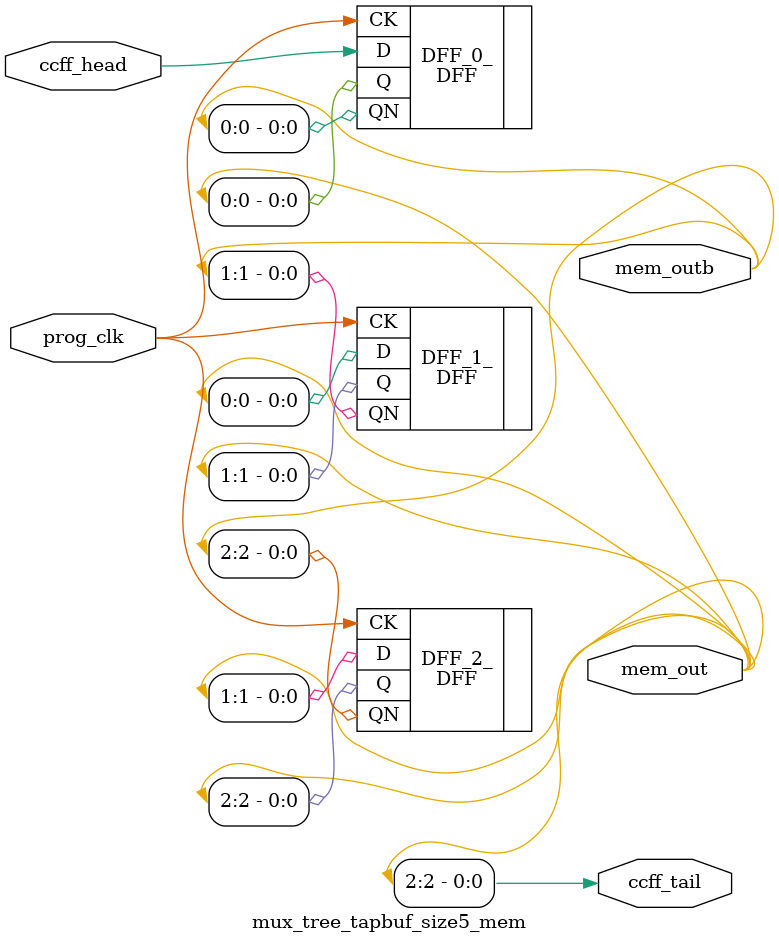
<source format=v>
/*verilator tracing_off*/
//Example
// ----- END Verilog module for mux_tree_tapbuf_size9_mem -----

//----- Default net type -----
`default_nettype wire




//----- Default net type -----
`default_nettype wire

// ----- Verilog module for mux_tree_tapbuf_size5_mem -----
module mux_tree_tapbuf_size5_mem(prog_clk,
                                 ccff_head,
                                 ccff_tail,
                                 mem_out,
                                 mem_outb);
//----- GLOBAL PORTS -----
input [0:0] prog_clk;
//----- INPUT PORTS -----
input [0:0] ccff_head;
//----- OUTPUT PORTS -----
output [0:0] ccff_tail;
//----- OUTPUT PORTS -----
output [0:2] mem_out;
//----- OUTPUT PORTS -----
output [0:2] mem_outb;

//----- BEGIN wire-connection ports -----
//----- END wire-connection ports -----


//----- BEGIN Registered ports -----
//----- END Registered ports -----



// ----- BEGIN Local short connections -----
// ----- END Local short connections -----
// ----- BEGIN Local output short connections -----
	assign ccff_tail[0] = mem_out[2];
// ----- END Local output short connections -----

	DFF DFF_0_ (
		.CK(prog_clk),
		.D(ccff_head),
		.Q(mem_out[0]),
		.QN(mem_outb[0]));

	DFF DFF_1_ (
		.CK(prog_clk),
		.D(mem_out[0]),
		.Q(mem_out[1]),
		.QN(mem_outb[1]));

	DFF DFF_2_ (
		.CK(prog_clk),
		.D(mem_out[1]),
		.Q(mem_out[2]),
		.QN(mem_outb[2]));

endmodule

</source>
